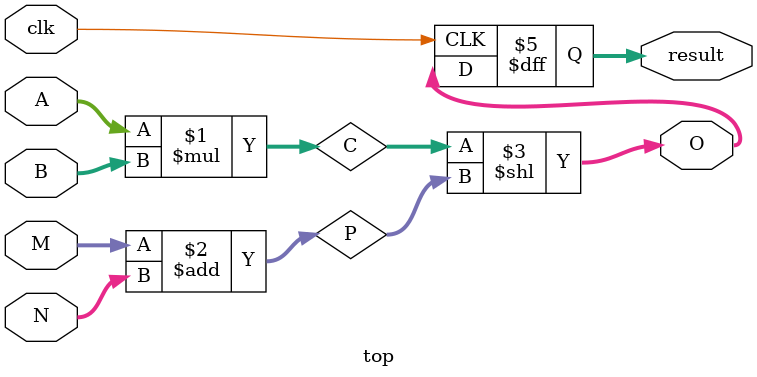
<source format=v>
module top(A,B,M,N,O,clk,result);
    input [15:0] A,B;
    input [3:0] M,N;
    output [62:0] O;
    input clk;
    output reg [62:0]result;
    wire [31:0] C;
    wire [4:0] P;
    assign C = A * B;
    assign P = M + N;
    assign O = C << P;
    always@(posedge clk)begin
        result <= O;
    end
endmodule
</source>
